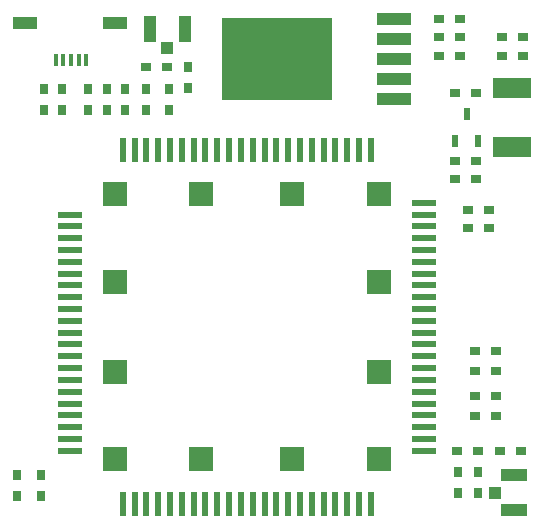
<source format=gtp>
%FSLAX25Y25*%
%MOIN*%
G70*
G01*
G75*
G04 Layer_Color=8421504*
%ADD10R,0.07874X0.07874*%
%ADD11R,0.02362X0.07874*%
%ADD12R,0.07874X0.02362*%
%ADD13R,0.11811X0.04213*%
%ADD14R,0.37008X0.27559*%
%ADD15R,0.03500X0.03000*%
%ADD16R,0.12992X0.07087*%
%ADD17R,0.04134X0.08661*%
%ADD18R,0.03937X0.04331*%
%ADD19R,0.03000X0.03500*%
%ADD20R,0.04331X0.03937*%
%ADD21R,0.08661X0.04134*%
%ADD22R,0.02362X0.04299*%
%ADD23R,0.01575X0.03937*%
%ADD24R,0.07874X0.03937*%
%ADD25C,0.01500*%
%ADD26C,0.01000*%
%ADD27C,0.02000*%
%ADD28C,0.07000*%
%ADD29C,0.03150*%
%ADD30C,0.04000*%
%ADD31C,0.06000*%
%ADD32R,0.06000X0.06000*%
%ADD33C,0.02500*%
%ADD34R,0.01181X0.04724*%
%ADD35C,0.04000*%
%ADD36R,0.04921X0.07874*%
%ADD37R,0.03150X0.05118*%
%ADD38R,0.05906X0.06693*%
%ADD39R,0.04724X0.09843*%
%ADD40R,0.09449X0.10236*%
%ADD41R,0.09449X0.07087*%
%ADD42R,0.09843X0.04724*%
%ADD43R,0.04299X0.02362*%
%ADD44O,0.01181X0.04724*%
%ADD45C,0.01600*%
%ADD46C,0.00500*%
%ADD47C,0.00787*%
%ADD48C,0.00800*%
%ADD49C,0.00600*%
%ADD50C,0.00700*%
%ADD51R,0.62598X0.35433*%
%ADD52C,0.00100*%
%ADD53R,0.01181X0.08412*%
%ADD54R,0.01300X0.11811*%
%ADD55R,0.01870X0.17323*%
%ADD56R,0.13988X0.01000*%
%ADD57R,0.11811X0.01300*%
D10*
X65287Y110933D02*
D03*
X95602D02*
D03*
X124539D02*
D03*
Y81799D02*
D03*
Y51878D02*
D03*
Y22744D02*
D03*
X95602D02*
D03*
X65287D02*
D03*
X36350D02*
D03*
Y51878D02*
D03*
Y81799D02*
D03*
Y110933D02*
D03*
D11*
X43043Y7784D02*
D03*
X50917D02*
D03*
X54854D02*
D03*
X62728D02*
D03*
X58791D02*
D03*
X74539D02*
D03*
X78476D02*
D03*
X70602D02*
D03*
X66665D02*
D03*
X98161D02*
D03*
X102099D02*
D03*
X109973Y7784D02*
D03*
X106035Y7784D02*
D03*
X90287D02*
D03*
X94224D02*
D03*
X86350D02*
D03*
X82413D02*
D03*
X121783D02*
D03*
X117847D02*
D03*
X113909D02*
D03*
X46980Y7784D02*
D03*
X39106Y7784D02*
D03*
X43043Y125894D02*
D03*
X109973Y125894D02*
D03*
X113909D02*
D03*
X121783D02*
D03*
X117847D02*
D03*
X78476D02*
D03*
X82413D02*
D03*
X90287D02*
D03*
X86350D02*
D03*
X102098D02*
D03*
X106035D02*
D03*
X98161D02*
D03*
X94224D02*
D03*
X62728D02*
D03*
X66665D02*
D03*
X74539D02*
D03*
X70602D02*
D03*
X54854D02*
D03*
X58791D02*
D03*
X50917D02*
D03*
X46980D02*
D03*
X39106D02*
D03*
D12*
X139500Y104240D02*
D03*
Y100303D02*
D03*
Y92429D02*
D03*
Y96366D02*
D03*
Y80618D02*
D03*
Y76681D02*
D03*
Y84555D02*
D03*
Y88492D02*
D03*
Y56996D02*
D03*
Y53059D02*
D03*
Y45185D02*
D03*
Y49122D02*
D03*
Y64870D02*
D03*
Y60933D02*
D03*
Y68807D02*
D03*
Y72744D02*
D03*
Y25500D02*
D03*
Y33374D02*
D03*
Y29437D02*
D03*
Y37311D02*
D03*
Y41248D02*
D03*
X21390D02*
D03*
Y37311D02*
D03*
Y29437D02*
D03*
Y33374D02*
D03*
X139500Y108177D02*
D03*
X21390Y25500D02*
D03*
Y72744D02*
D03*
Y68807D02*
D03*
Y60933D02*
D03*
Y64870D02*
D03*
Y49122D02*
D03*
Y45185D02*
D03*
Y53059D02*
D03*
Y56996D02*
D03*
Y88492D02*
D03*
Y84555D02*
D03*
Y76681D02*
D03*
Y80618D02*
D03*
Y96366D02*
D03*
Y92429D02*
D03*
Y100303D02*
D03*
Y104240D02*
D03*
D13*
X129390Y149433D02*
D03*
Y142740D02*
D03*
Y162819D02*
D03*
Y156126D02*
D03*
Y169512D02*
D03*
D14*
X90502Y156165D02*
D03*
D15*
X163587Y43740D02*
D03*
X156587D02*
D03*
X144500Y169500D02*
D03*
X151500D02*
D03*
Y163319D02*
D03*
X144500D02*
D03*
X151500Y157126D02*
D03*
X144500D02*
D03*
X165488Y163319D02*
D03*
X172488D02*
D03*
X150000Y144600D02*
D03*
X161087Y105740D02*
D03*
X154087D02*
D03*
X161087Y99740D02*
D03*
X154087D02*
D03*
X150500Y25500D02*
D03*
X157500D02*
D03*
X46980Y153500D02*
D03*
X53980D02*
D03*
X150000Y122100D02*
D03*
X157000D02*
D03*
Y116100D02*
D03*
X150000D02*
D03*
X156587Y52240D02*
D03*
X163587D02*
D03*
X156587Y37240D02*
D03*
X163587D02*
D03*
X157000Y144600D02*
D03*
X156587Y58740D02*
D03*
X163587D02*
D03*
X165488Y157126D02*
D03*
X172488D02*
D03*
X172000Y25500D02*
D03*
X165000D02*
D03*
D16*
X169000Y126700D02*
D03*
Y146385D02*
D03*
D17*
X59787Y166000D02*
D03*
X48173D02*
D03*
D18*
X53980Y159701D02*
D03*
D19*
X39890Y146240D02*
D03*
Y139240D02*
D03*
X12008Y17366D02*
D03*
Y10366D02*
D03*
X4008Y17366D02*
D03*
Y10366D02*
D03*
X157500Y18500D02*
D03*
Y11500D02*
D03*
X46980Y139240D02*
D03*
Y146240D02*
D03*
X151000Y18500D02*
D03*
Y11500D02*
D03*
X54390Y139240D02*
D03*
Y146240D02*
D03*
X60980Y146500D02*
D03*
Y153500D02*
D03*
X33890Y139240D02*
D03*
Y146240D02*
D03*
X12790D02*
D03*
Y139240D02*
D03*
X27466Y146191D02*
D03*
Y139191D02*
D03*
X18866Y146191D02*
D03*
Y139191D02*
D03*
D20*
X163201Y11500D02*
D03*
D21*
X169500Y17307D02*
D03*
Y5693D02*
D03*
D22*
X153740Y137687D02*
D03*
X157480Y128600D02*
D03*
X150000D02*
D03*
D23*
X19324Y155645D02*
D03*
X27002D02*
D03*
X21883D02*
D03*
X16765D02*
D03*
X24442D02*
D03*
D24*
X36450Y168243D02*
D03*
X6529D02*
D03*
M02*

</source>
